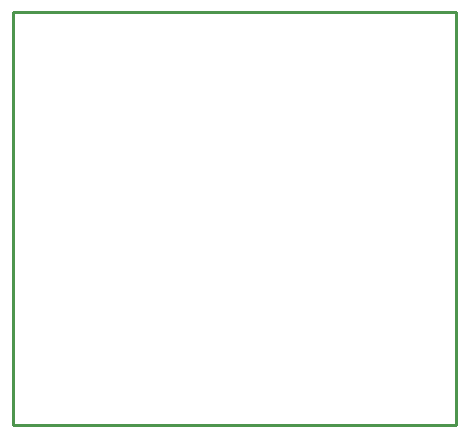
<source format=gbr>
G04 EAGLE Gerber RS-274X export*
G75*
%MOMM*%
%FSLAX34Y34*%
%LPD*%
%IN*%
%IPPOS*%
%AMOC8*
5,1,8,0,0,1.08239X$1,22.5*%
G01*
%ADD10C,0.254000*%


D10*
X0Y-50000D02*
X375000Y-50000D01*
X375000Y300000D01*
X0Y300000D01*
X0Y-50000D01*
M02*

</source>
